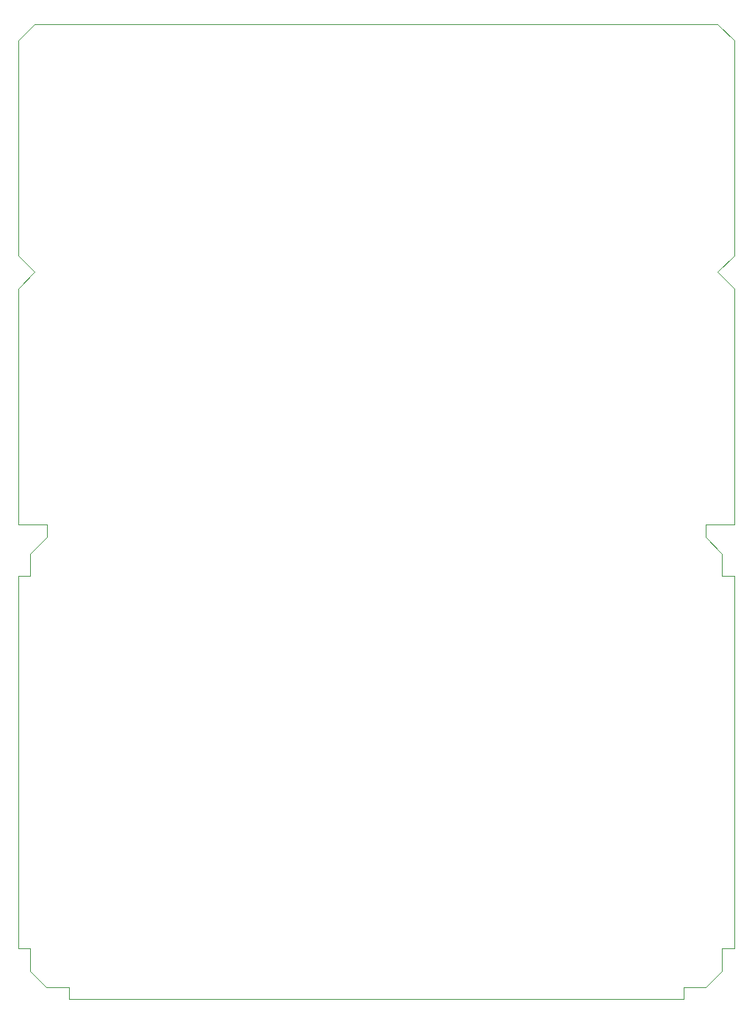
<source format=gm1>
%TF.GenerationSoftware,KiCad,Pcbnew,7.0.7*%
%TF.CreationDate,2023-10-12T12:03:03-07:00*%
%TF.ProjectId,JumperLUX,4a756d70-6572-44c5-9558-2e6b69636164,rev?*%
%TF.SameCoordinates,Original*%
%TF.FileFunction,Profile,NP*%
%FSLAX46Y46*%
G04 Gerber Fmt 4.6, Leading zero omitted, Abs format (unit mm)*
G04 Created by KiCad (PCBNEW 7.0.7) date 2023-10-12 12:03:03*
%MOMM*%
%LPD*%
G01*
G04 APERTURE LIST*
%TA.AperFunction,Profile*%
%ADD10C,0.050000*%
%TD*%
G04 APERTURE END LIST*
D10*
X62230000Y-76835000D02*
X62230000Y-101600000D01*
X63627000Y-181483000D02*
X63627000Y-184099200D01*
X64135000Y-103505000D02*
X62230000Y-105410000D01*
X62230000Y-132588000D02*
X65532000Y-132588000D01*
X68072000Y-185928000D02*
X68072000Y-187325000D01*
X62230000Y-138557000D02*
X62230000Y-181483000D01*
X142875000Y-103505000D02*
X144780000Y-101600000D01*
X62230000Y-105410000D02*
X62230000Y-132562600D01*
X63627000Y-184099200D02*
X65455800Y-185928000D01*
X68072000Y-187325000D02*
X138938000Y-187325000D01*
X144780000Y-132588000D02*
X144780000Y-105410000D01*
X144780000Y-105410000D02*
X142875000Y-103505000D01*
X63627000Y-138557000D02*
X62230000Y-138557000D01*
X144780000Y-138557000D02*
X143383000Y-138557000D01*
X144780000Y-76835000D02*
X142875000Y-74930000D01*
X62230000Y-181483000D02*
X63627000Y-181483000D01*
X144780000Y-181483000D02*
X144780000Y-138557000D01*
X141528800Y-185928000D02*
X143383000Y-184073800D01*
X64135000Y-74930000D02*
X62230000Y-76835000D01*
X143383000Y-181483000D02*
X144780000Y-181483000D01*
X143383000Y-184073800D02*
X143383000Y-181483000D01*
X138938000Y-185928000D02*
X141528800Y-185928000D01*
X143383000Y-138557000D02*
X143383000Y-135966200D01*
X138938000Y-187325000D02*
X138938000Y-185928000D01*
X141478000Y-132588000D02*
X144780000Y-132588000D01*
X142875000Y-74930000D02*
X64135000Y-74930000D01*
X65532000Y-134035800D02*
X63627000Y-135940800D01*
X63627000Y-138531600D02*
X63627000Y-138557000D01*
X65455800Y-185928000D02*
X68072000Y-185928000D01*
X144780000Y-101600000D02*
X144780000Y-76835000D01*
X62230000Y-101600000D02*
X64135000Y-103505000D01*
X143383000Y-135966200D02*
X141478000Y-134061200D01*
X63627000Y-135940800D02*
X63627000Y-138531600D01*
X62230000Y-132562600D02*
X62230000Y-132588000D01*
X141478000Y-134061200D02*
X141478000Y-132588000D01*
X65532000Y-132588000D02*
X65532000Y-134035800D01*
M02*

</source>
